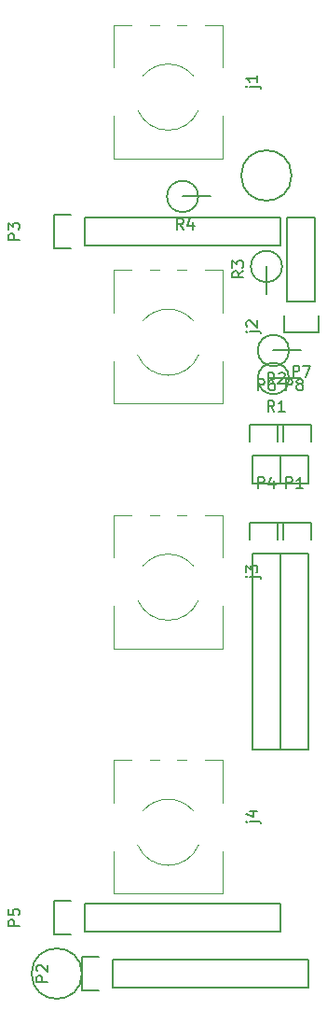
<source format=gbr>
G04 #@! TF.FileFunction,Legend,Top*
%FSLAX46Y46*%
G04 Gerber Fmt 4.6, Leading zero omitted, Abs format (unit mm)*
G04 Created by KiCad (PCBNEW 4.0.6+dfsg1-1) date Tue Oct 24 13:55:29 2017*
%MOMM*%
%LPD*%
G01*
G04 APERTURE LIST*
%ADD10C,0.050000*%
%ADD11C,0.150000*%
%ADD12C,0.120000*%
G04 APERTURE END LIST*
D10*
D11*
X128270000Y-69850000D02*
X146050000Y-69850000D01*
X146050000Y-69850000D02*
X146050000Y-72390000D01*
X146050000Y-72390000D02*
X128270000Y-72390000D01*
X125450000Y-69570000D02*
X127000000Y-69570000D01*
X128270000Y-69850000D02*
X128270000Y-72390000D01*
X127000000Y-72670000D02*
X125450000Y-72670000D01*
X125450000Y-72670000D02*
X125450000Y-69570000D01*
D12*
X138612432Y-60106982D02*
G75*
G02X133088000Y-60108000I-2762432J1171982D01*
G01*
X133552247Y-57006705D02*
G75*
G02X138148000Y-57007000I2297753J-1928295D01*
G01*
X140811000Y-52375000D02*
X140811000Y-56241000D01*
X140811000Y-60630000D02*
X140811000Y-64495000D01*
X130890000Y-52375000D02*
X130890000Y-56241000D01*
X130890000Y-60630000D02*
X130890000Y-64495000D01*
X140811000Y-52375000D02*
X139175000Y-52375000D01*
X137525000Y-52375000D02*
X136675000Y-52375000D01*
X135025000Y-52375000D02*
X134175000Y-52375000D01*
X132525000Y-52375000D02*
X130890000Y-52375000D01*
X140811000Y-64495000D02*
X130890000Y-64495000D01*
D11*
X148590000Y-100330000D02*
X148590000Y-118110000D01*
X148590000Y-118110000D02*
X146050000Y-118110000D01*
X146050000Y-118110000D02*
X146050000Y-100330000D01*
X148870000Y-97510000D02*
X148870000Y-99060000D01*
X148590000Y-100330000D02*
X146050000Y-100330000D01*
X145770000Y-99060000D02*
X145770000Y-97510000D01*
X145770000Y-97510000D02*
X148870000Y-97510000D01*
X130810000Y-137160000D02*
X148590000Y-137160000D01*
X148590000Y-137160000D02*
X148590000Y-139700000D01*
X148590000Y-139700000D02*
X130810000Y-139700000D01*
X127990000Y-136880000D02*
X129540000Y-136880000D01*
X130810000Y-137160000D02*
X130810000Y-139700000D01*
X129540000Y-139980000D02*
X127990000Y-139980000D01*
X127990000Y-139980000D02*
X127990000Y-136880000D01*
X146050000Y-100330000D02*
X146050000Y-118110000D01*
X146050000Y-118110000D02*
X143510000Y-118110000D01*
X143510000Y-118110000D02*
X143510000Y-100330000D01*
X146330000Y-97510000D02*
X146330000Y-99060000D01*
X146050000Y-100330000D02*
X143510000Y-100330000D01*
X143230000Y-99060000D02*
X143230000Y-97510000D01*
X143230000Y-97510000D02*
X146330000Y-97510000D01*
X128270000Y-132080000D02*
X146050000Y-132080000D01*
X146050000Y-132080000D02*
X146050000Y-134620000D01*
X146050000Y-134620000D02*
X128270000Y-134620000D01*
X125450000Y-131800000D02*
X127000000Y-131800000D01*
X128270000Y-132080000D02*
X128270000Y-134620000D01*
X127000000Y-134900000D02*
X125450000Y-134900000D01*
X125450000Y-134900000D02*
X125450000Y-131800000D01*
X146050000Y-91440000D02*
X146050000Y-93980000D01*
X146330000Y-88620000D02*
X146330000Y-90170000D01*
X146050000Y-91440000D02*
X143510000Y-91440000D01*
X143230000Y-90170000D02*
X143230000Y-88620000D01*
X143230000Y-88620000D02*
X146330000Y-88620000D01*
X143510000Y-91440000D02*
X143510000Y-93980000D01*
X143510000Y-93980000D02*
X146050000Y-93980000D01*
X149225000Y-77470000D02*
X149225000Y-69850000D01*
X146685000Y-77470000D02*
X146685000Y-69850000D01*
X146405000Y-80290000D02*
X146405000Y-78740000D01*
X149225000Y-69850000D02*
X146685000Y-69850000D01*
X146685000Y-77470000D02*
X149225000Y-77470000D01*
X149505000Y-78740000D02*
X149505000Y-80290000D01*
X149505000Y-80290000D02*
X146405000Y-80290000D01*
X148590000Y-91440000D02*
X148590000Y-93980000D01*
X148870000Y-88620000D02*
X148870000Y-90170000D01*
X148590000Y-91440000D02*
X146050000Y-91440000D01*
X145770000Y-90170000D02*
X145770000Y-88620000D01*
X145770000Y-88620000D02*
X148870000Y-88620000D01*
X146050000Y-91440000D02*
X146050000Y-93980000D01*
X146050000Y-93980000D02*
X148590000Y-93980000D01*
X147066000Y-66040000D02*
G75*
G03X147066000Y-66040000I-2286000J0D01*
G01*
X128016000Y-138430000D02*
G75*
G03X128016000Y-138430000I-2286000J0D01*
G01*
X145415000Y-84455000D02*
X147955000Y-84455000D01*
X146834903Y-84455000D02*
G75*
G03X146834903Y-84455000I-1419903J0D01*
G01*
X145415000Y-81915000D02*
X147955000Y-81915000D01*
X146834903Y-81915000D02*
G75*
G03X146834903Y-81915000I-1419903J0D01*
G01*
X144780000Y-74295000D02*
X144780000Y-76835000D01*
X146199903Y-74295000D02*
G75*
G03X146199903Y-74295000I-1419903J0D01*
G01*
X137160000Y-67945000D02*
X139700000Y-67945000D01*
X138579903Y-67945000D02*
G75*
G03X138579903Y-67945000I-1419903J0D01*
G01*
D12*
X138612432Y-82331982D02*
G75*
G02X133088000Y-82333000I-2762432J1171982D01*
G01*
X133552247Y-79231705D02*
G75*
G02X138148000Y-79232000I2297753J-1928295D01*
G01*
X140811000Y-74600000D02*
X140811000Y-78466000D01*
X140811000Y-82855000D02*
X140811000Y-86720000D01*
X130890000Y-74600000D02*
X130890000Y-78466000D01*
X130890000Y-82855000D02*
X130890000Y-86720000D01*
X140811000Y-74600000D02*
X139175000Y-74600000D01*
X137525000Y-74600000D02*
X136675000Y-74600000D01*
X135025000Y-74600000D02*
X134175000Y-74600000D01*
X132525000Y-74600000D02*
X130890000Y-74600000D01*
X140811000Y-86720000D02*
X130890000Y-86720000D01*
X138612432Y-104556982D02*
G75*
G02X133088000Y-104558000I-2762432J1171982D01*
G01*
X133552247Y-101456705D02*
G75*
G02X138148000Y-101457000I2297753J-1928295D01*
G01*
X140811000Y-96825000D02*
X140811000Y-100691000D01*
X140811000Y-105080000D02*
X140811000Y-108945000D01*
X130890000Y-96825000D02*
X130890000Y-100691000D01*
X130890000Y-105080000D02*
X130890000Y-108945000D01*
X140811000Y-96825000D02*
X139175000Y-96825000D01*
X137525000Y-96825000D02*
X136675000Y-96825000D01*
X135025000Y-96825000D02*
X134175000Y-96825000D01*
X132525000Y-96825000D02*
X130890000Y-96825000D01*
X140811000Y-108945000D02*
X130890000Y-108945000D01*
X138612432Y-126781982D02*
G75*
G02X133088000Y-126783000I-2762432J1171982D01*
G01*
X133552247Y-123681705D02*
G75*
G02X138148000Y-123682000I2297753J-1928295D01*
G01*
X140811000Y-119050000D02*
X140811000Y-122916000D01*
X140811000Y-127305000D02*
X140811000Y-131170000D01*
X130890000Y-119050000D02*
X130890000Y-122916000D01*
X130890000Y-127305000D02*
X130890000Y-131170000D01*
X140811000Y-119050000D02*
X139175000Y-119050000D01*
X137525000Y-119050000D02*
X136675000Y-119050000D01*
X135025000Y-119050000D02*
X134175000Y-119050000D01*
X132525000Y-119050000D02*
X130890000Y-119050000D01*
X140811000Y-131170000D02*
X130890000Y-131170000D01*
D11*
X122352381Y-71858095D02*
X121352381Y-71858095D01*
X121352381Y-71477142D01*
X121400000Y-71381904D01*
X121447619Y-71334285D01*
X121542857Y-71286666D01*
X121685714Y-71286666D01*
X121780952Y-71334285D01*
X121828571Y-71381904D01*
X121876190Y-71477142D01*
X121876190Y-71858095D01*
X121352381Y-70953333D02*
X121352381Y-70334285D01*
X121733333Y-70667619D01*
X121733333Y-70524761D01*
X121780952Y-70429523D01*
X121828571Y-70381904D01*
X121923810Y-70334285D01*
X122161905Y-70334285D01*
X122257143Y-70381904D01*
X122304762Y-70429523D01*
X122352381Y-70524761D01*
X122352381Y-70810476D01*
X122304762Y-70905714D01*
X122257143Y-70953333D01*
X143285714Y-57961190D02*
X144142857Y-57961190D01*
X144238095Y-58008809D01*
X144285714Y-58104047D01*
X144285714Y-58151666D01*
X142952381Y-57961190D02*
X143000000Y-58008809D01*
X143047619Y-57961190D01*
X143000000Y-57913571D01*
X142952381Y-57961190D01*
X143047619Y-57961190D01*
X143952381Y-56961190D02*
X143952381Y-57532619D01*
X143952381Y-57246905D02*
X142952381Y-57246905D01*
X143095238Y-57342143D01*
X143190476Y-57437381D01*
X143238095Y-57532619D01*
X146581905Y-94412381D02*
X146581905Y-93412381D01*
X146962858Y-93412381D01*
X147058096Y-93460000D01*
X147105715Y-93507619D01*
X147153334Y-93602857D01*
X147153334Y-93745714D01*
X147105715Y-93840952D01*
X147058096Y-93888571D01*
X146962858Y-93936190D01*
X146581905Y-93936190D01*
X148105715Y-94412381D02*
X147534286Y-94412381D01*
X147820000Y-94412381D02*
X147820000Y-93412381D01*
X147724762Y-93555238D01*
X147629524Y-93650476D01*
X147534286Y-93698095D01*
X124892381Y-139168095D02*
X123892381Y-139168095D01*
X123892381Y-138787142D01*
X123940000Y-138691904D01*
X123987619Y-138644285D01*
X124082857Y-138596666D01*
X124225714Y-138596666D01*
X124320952Y-138644285D01*
X124368571Y-138691904D01*
X124416190Y-138787142D01*
X124416190Y-139168095D01*
X123987619Y-138215714D02*
X123940000Y-138168095D01*
X123892381Y-138072857D01*
X123892381Y-137834761D01*
X123940000Y-137739523D01*
X123987619Y-137691904D01*
X124082857Y-137644285D01*
X124178095Y-137644285D01*
X124320952Y-137691904D01*
X124892381Y-138263333D01*
X124892381Y-137644285D01*
X144041905Y-94412381D02*
X144041905Y-93412381D01*
X144422858Y-93412381D01*
X144518096Y-93460000D01*
X144565715Y-93507619D01*
X144613334Y-93602857D01*
X144613334Y-93745714D01*
X144565715Y-93840952D01*
X144518096Y-93888571D01*
X144422858Y-93936190D01*
X144041905Y-93936190D01*
X145470477Y-93745714D02*
X145470477Y-94412381D01*
X145232381Y-93364762D02*
X144994286Y-94079048D01*
X145613334Y-94079048D01*
X122352381Y-134088095D02*
X121352381Y-134088095D01*
X121352381Y-133707142D01*
X121400000Y-133611904D01*
X121447619Y-133564285D01*
X121542857Y-133516666D01*
X121685714Y-133516666D01*
X121780952Y-133564285D01*
X121828571Y-133611904D01*
X121876190Y-133707142D01*
X121876190Y-134088095D01*
X121352381Y-132611904D02*
X121352381Y-133088095D01*
X121828571Y-133135714D01*
X121780952Y-133088095D01*
X121733333Y-132992857D01*
X121733333Y-132754761D01*
X121780952Y-132659523D01*
X121828571Y-132611904D01*
X121923810Y-132564285D01*
X122161905Y-132564285D01*
X122257143Y-132611904D01*
X122304762Y-132659523D01*
X122352381Y-132754761D01*
X122352381Y-132992857D01*
X122304762Y-133088095D01*
X122257143Y-133135714D01*
X144041905Y-85522381D02*
X144041905Y-84522381D01*
X144422858Y-84522381D01*
X144518096Y-84570000D01*
X144565715Y-84617619D01*
X144613334Y-84712857D01*
X144613334Y-84855714D01*
X144565715Y-84950952D01*
X144518096Y-84998571D01*
X144422858Y-85046190D01*
X144041905Y-85046190D01*
X145470477Y-84522381D02*
X145280000Y-84522381D01*
X145184762Y-84570000D01*
X145137143Y-84617619D01*
X145041905Y-84760476D01*
X144994286Y-84950952D01*
X144994286Y-85331905D01*
X145041905Y-85427143D01*
X145089524Y-85474762D01*
X145184762Y-85522381D01*
X145375239Y-85522381D01*
X145470477Y-85474762D01*
X145518096Y-85427143D01*
X145565715Y-85331905D01*
X145565715Y-85093810D01*
X145518096Y-84998571D01*
X145470477Y-84950952D01*
X145375239Y-84903333D01*
X145184762Y-84903333D01*
X145089524Y-84950952D01*
X145041905Y-84998571D01*
X144994286Y-85093810D01*
X147216905Y-84292381D02*
X147216905Y-83292381D01*
X147597858Y-83292381D01*
X147693096Y-83340000D01*
X147740715Y-83387619D01*
X147788334Y-83482857D01*
X147788334Y-83625714D01*
X147740715Y-83720952D01*
X147693096Y-83768571D01*
X147597858Y-83816190D01*
X147216905Y-83816190D01*
X148121667Y-83292381D02*
X148788334Y-83292381D01*
X148359762Y-84292381D01*
X146581905Y-85522381D02*
X146581905Y-84522381D01*
X146962858Y-84522381D01*
X147058096Y-84570000D01*
X147105715Y-84617619D01*
X147153334Y-84712857D01*
X147153334Y-84855714D01*
X147105715Y-84950952D01*
X147058096Y-84998571D01*
X146962858Y-85046190D01*
X146581905Y-85046190D01*
X147724762Y-84950952D02*
X147629524Y-84903333D01*
X147581905Y-84855714D01*
X147534286Y-84760476D01*
X147534286Y-84712857D01*
X147581905Y-84617619D01*
X147629524Y-84570000D01*
X147724762Y-84522381D01*
X147915239Y-84522381D01*
X148010477Y-84570000D01*
X148058096Y-84617619D01*
X148105715Y-84712857D01*
X148105715Y-84760476D01*
X148058096Y-84855714D01*
X148010477Y-84903333D01*
X147915239Y-84950952D01*
X147724762Y-84950952D01*
X147629524Y-84998571D01*
X147581905Y-85046190D01*
X147534286Y-85141429D01*
X147534286Y-85331905D01*
X147581905Y-85427143D01*
X147629524Y-85474762D01*
X147724762Y-85522381D01*
X147915239Y-85522381D01*
X148010477Y-85474762D01*
X148058096Y-85427143D01*
X148105715Y-85331905D01*
X148105715Y-85141429D01*
X148058096Y-85046190D01*
X148010477Y-84998571D01*
X147915239Y-84950952D01*
X145502334Y-87447381D02*
X145169000Y-86971190D01*
X144930905Y-87447381D02*
X144930905Y-86447381D01*
X145311858Y-86447381D01*
X145407096Y-86495000D01*
X145454715Y-86542619D01*
X145502334Y-86637857D01*
X145502334Y-86780714D01*
X145454715Y-86875952D01*
X145407096Y-86923571D01*
X145311858Y-86971190D01*
X144930905Y-86971190D01*
X146454715Y-87447381D02*
X145883286Y-87447381D01*
X146169000Y-87447381D02*
X146169000Y-86447381D01*
X146073762Y-86590238D01*
X145978524Y-86685476D01*
X145883286Y-86733095D01*
X145502334Y-84907381D02*
X145169000Y-84431190D01*
X144930905Y-84907381D02*
X144930905Y-83907381D01*
X145311858Y-83907381D01*
X145407096Y-83955000D01*
X145454715Y-84002619D01*
X145502334Y-84097857D01*
X145502334Y-84240714D01*
X145454715Y-84335952D01*
X145407096Y-84383571D01*
X145311858Y-84431190D01*
X144930905Y-84431190D01*
X145883286Y-84002619D02*
X145930905Y-83955000D01*
X146026143Y-83907381D01*
X146264239Y-83907381D01*
X146359477Y-83955000D01*
X146407096Y-84002619D01*
X146454715Y-84097857D01*
X146454715Y-84193095D01*
X146407096Y-84335952D01*
X145835667Y-84907381D01*
X146454715Y-84907381D01*
X142692381Y-74715666D02*
X142216190Y-75049000D01*
X142692381Y-75287095D02*
X141692381Y-75287095D01*
X141692381Y-74906142D01*
X141740000Y-74810904D01*
X141787619Y-74763285D01*
X141882857Y-74715666D01*
X142025714Y-74715666D01*
X142120952Y-74763285D01*
X142168571Y-74810904D01*
X142216190Y-74906142D01*
X142216190Y-75287095D01*
X141692381Y-74382333D02*
X141692381Y-73763285D01*
X142073333Y-74096619D01*
X142073333Y-73953761D01*
X142120952Y-73858523D01*
X142168571Y-73810904D01*
X142263810Y-73763285D01*
X142501905Y-73763285D01*
X142597143Y-73810904D01*
X142644762Y-73858523D01*
X142692381Y-73953761D01*
X142692381Y-74239476D01*
X142644762Y-74334714D01*
X142597143Y-74382333D01*
X137247334Y-70937381D02*
X136914000Y-70461190D01*
X136675905Y-70937381D02*
X136675905Y-69937381D01*
X137056858Y-69937381D01*
X137152096Y-69985000D01*
X137199715Y-70032619D01*
X137247334Y-70127857D01*
X137247334Y-70270714D01*
X137199715Y-70365952D01*
X137152096Y-70413571D01*
X137056858Y-70461190D01*
X136675905Y-70461190D01*
X138104477Y-70270714D02*
X138104477Y-70937381D01*
X137866381Y-69889762D02*
X137628286Y-70604048D01*
X138247334Y-70604048D01*
X143285714Y-80186190D02*
X144142857Y-80186190D01*
X144238095Y-80233809D01*
X144285714Y-80329047D01*
X144285714Y-80376666D01*
X142952381Y-80186190D02*
X143000000Y-80233809D01*
X143047619Y-80186190D01*
X143000000Y-80138571D01*
X142952381Y-80186190D01*
X143047619Y-80186190D01*
X143047619Y-79757619D02*
X143000000Y-79710000D01*
X142952381Y-79614762D01*
X142952381Y-79376666D01*
X143000000Y-79281428D01*
X143047619Y-79233809D01*
X143142857Y-79186190D01*
X143238095Y-79186190D01*
X143380952Y-79233809D01*
X143952381Y-79805238D01*
X143952381Y-79186190D01*
X143285714Y-102411190D02*
X144142857Y-102411190D01*
X144238095Y-102458809D01*
X144285714Y-102554047D01*
X144285714Y-102601666D01*
X142952381Y-102411190D02*
X143000000Y-102458809D01*
X143047619Y-102411190D01*
X143000000Y-102363571D01*
X142952381Y-102411190D01*
X143047619Y-102411190D01*
X142952381Y-102030238D02*
X142952381Y-101411190D01*
X143333333Y-101744524D01*
X143333333Y-101601666D01*
X143380952Y-101506428D01*
X143428571Y-101458809D01*
X143523810Y-101411190D01*
X143761905Y-101411190D01*
X143857143Y-101458809D01*
X143904762Y-101506428D01*
X143952381Y-101601666D01*
X143952381Y-101887381D01*
X143904762Y-101982619D01*
X143857143Y-102030238D01*
X143285714Y-124636190D02*
X144142857Y-124636190D01*
X144238095Y-124683809D01*
X144285714Y-124779047D01*
X144285714Y-124826666D01*
X142952381Y-124636190D02*
X143000000Y-124683809D01*
X143047619Y-124636190D01*
X143000000Y-124588571D01*
X142952381Y-124636190D01*
X143047619Y-124636190D01*
X143285714Y-123731428D02*
X143952381Y-123731428D01*
X142904762Y-123969524D02*
X143619048Y-124207619D01*
X143619048Y-123588571D01*
M02*

</source>
